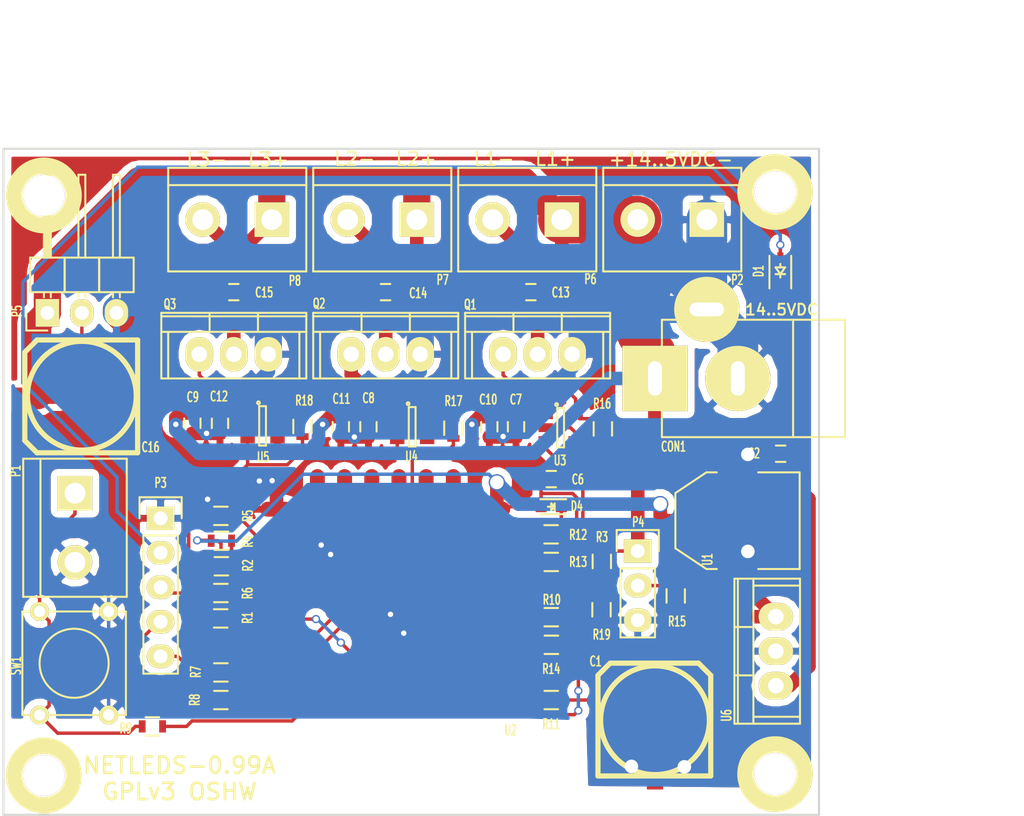
<source format=kicad_pcb>
(kicad_pcb (version 4) (host pcbnew "(2015-09-03 BZR 6154)-product")
  (layers (0 F.Cu signal) (31 B.Cu signal) (34 B.Paste user) (35 F.Paste user) (36 B.SilkS user) (37 F.SilkS user) (38 B.Mask user) (39 F.Mask user) (44 Edge.Cuts user))
  (net 0 "")
  (net 1 AGND)
  (net 2 +12V)
  (net 3 +3V3)
  (net 4 "Net-(C13-Pad1)")
  (net 5 "Net-(C14-Pad1)")
  (net 6 "Net-(C15-Pad1)")
  (net 7 "Net-(D4-Pad1)")
  (net 8 "Net-(P1-Pad1)")
  (net 9 /VIN)
  (net 10 /FLASH)
  (net 11 /TXD)
  (net 12 /RXD)
  (net 13 /_PIR_MOTION)
  (net 14 /_PWM_DIMMER1)
  (net 15 /_PWM_DIMMER2)
  (net 16 /_PWM_DIMMER3)
  (net 17 /PWM_DIMMER3)
  (net 18 /_FLASH)
  (net 19 /_RXD)
  (net 20 /_TXD)
  (net 21 /nPUSHBUTTON)
  (net 22 /nRESET)
  (net 23 /WAKEUP_RST)
  (net 24 /nLED)
  (net 25 /CHIP_ENABLE)
  (net 26 /PIR_MOTION)
  (net 27 /PWM_DIMMER1)
  (net 28 /PWM_DIMMER2)
  (net 29 "Net-(U2-Pad9)")
  (net 30 "Net-(U2-Pad10)")
  (net 31 "Net-(U2-Pad11)")
  (net 32 "Net-(U2-Pad12)")
  (net 33 "Net-(U2-Pad13)")
  (net 34 "Net-(U2-Pad14)")
  (net 35 /VIN_DIV)
  (net 36 "Net-(Z1-Pad1)")
  (net 37 "Net-(Z2-Pad1)")
  (net 38 "Net-(Z3-Pad1)")
  (net 39 "Net-(Z4-Pad1)")
  (net 40 /_WS2812B_DO)
  (net 41 /WS23812B_DO)
  (module "footprints:SMD Capacitor Case F" (layer F.Cu) (at 202.438 114.046 270)
    (fp_text reference C1 (at -4.3307 4.3688 360) (layer F.SilkS) (effects (font (size 0.712 0.45) (thickness 0.127))))
    (fp_text value "150uF 5V" hide)
    (pad 2 smd rect (at 3.39598 0 270) (size 3.39598 1.19888) (layers F.Cu F.Paste F.Mask) (net 1 AGND))
    (pad 1 smd rect (at -3.2512 0 270) (size 3.39598 1.19888) (layers F.Cu F.Paste F.Mask) (net 3 +3V3))
  )
  (module Capacitors_SMD:C_0603 (layer F.Cu) (at 211.6836 94.4372)
    (fp_text reference C2 (at -1.9685 -0.0254) (layer F.SilkS) (effects (font (size 0.712 0.45) (thickness 0.127))))
    (fp_text value 4.7uF)
    (pad 1 smd rect (at -0.75 0) (size 0.8 0.75) (layers F.Cu F.Paste F.Mask) (net 1 AGND))
    (pad 2 smd rect (at 0.75 0) (size 0.8 0.75) (layers F.Cu F.Paste F.Mask) (net 2 +12V))
  )
  (module Capacitors_SMD:C_0603 (layer F.Cu) (at 194.8053 96.3041 180)
    (fp_text reference C6 (at -1.9558 -0.0254 180) (layer F.SilkS) (effects (font (size 0.712 0.45) (thickness 0.127))))
    (fp_text value 4.7uF)
    (pad 1 smd rect (at -0.75 0 180) (size 0.8 0.75) (layers F.Cu F.Paste F.Mask) (net 1 AGND))
    (pad 2 smd rect (at 0.75 0 180) (size 0.8 0.75) (layers F.Cu F.Paste F.Mask) (net 3 +3V3))
  )
  (module Capacitors_SMD:C_0603 (layer F.Cu) (at 192.2145 92.456 90)
    (fp_text reference C7 (at 2.0066 -0.0127 360) (layer F.SilkS) (effects (font (size 0.712 0.45) (thickness 0.127))))
    (fp_text value 100nF)
    (pad 1 smd rect (at -0.75 0 90) (size 0.8 0.75) (layers F.Cu F.Paste F.Mask) (net 1 AGND))
    (pad 2 smd rect (at 0.75 0 90) (size 0.8 0.75) (layers F.Cu F.Paste F.Mask) (net 2 +12V))
  )
  (module Capacitors_SMD:C_0603 (layer F.Cu) (at 181.356 92.456 90)
    (fp_text reference C8 (at 2.1082 0 180) (layer F.SilkS) (effects (font (size 0.712 0.45) (thickness 0.127))))
    (fp_text value 100nF)
    (pad 1 smd rect (at -0.75 0 90) (size 0.8 0.75) (layers F.Cu F.Paste F.Mask) (net 1 AGND))
    (pad 2 smd rect (at 0.75 0 90) (size 0.8 0.75) (layers F.Cu F.Paste F.Mask) (net 2 +12V))
  )
  (module Capacitors_SMD:C_0603 (layer F.Cu) (at 168.402 92.19 90)
    (fp_text reference C9 (at 1.9184 0.0254 180) (layer F.SilkS) (effects (font (size 0.712 0.45) (thickness 0.127))))
    (fp_text value 100nF)
    (pad 1 smd rect (at -0.75 0 90) (size 0.8 0.75) (layers F.Cu F.Paste F.Mask) (net 1 AGND))
    (pad 2 smd rect (at 0.75 0 90) (size 0.8 0.75) (layers F.Cu F.Paste F.Mask) (net 2 +12V))
  )
  (module Capacitors_SMD:C_0603 (layer F.Cu) (at 190.246 92.456 90)
    (fp_text reference C10 (at 2.0066 -0.0762 180) (layer F.SilkS) (effects (font (size 0.712 0.45) (thickness 0.127))))
    (fp_text value 4.7uF)
    (pad 1 smd rect (at -0.75 0 90) (size 0.8 0.75) (layers F.Cu F.Paste F.Mask) (net 1 AGND))
    (pad 2 smd rect (at 0.75 0 90) (size 0.8 0.75) (layers F.Cu F.Paste F.Mask) (net 2 +12V))
  )
  (module Capacitors_SMD:C_0603 (layer F.Cu) (at 179.324 92.456 90)
    (fp_text reference C11 (at 2.0574 0.0508 360) (layer F.SilkS) (effects (font (size 0.712 0.45) (thickness 0.127))))
    (fp_text value 4.7uF)
    (pad 1 smd rect (at -0.75 0 90) (size 0.8 0.75) (layers F.Cu F.Paste F.Mask) (net 1 AGND))
    (pad 2 smd rect (at 0.75 0 90) (size 0.8 0.75) (layers F.Cu F.Paste F.Mask) (net 2 +12V))
  )
  (module Capacitors_SMD:C_0603 (layer F.Cu) (at 170.434 92.202 90)
    (fp_text reference C12 (at 1.9812 -0.0762 360) (layer F.SilkS) (effects (font (size 0.712 0.45) (thickness 0.127))))
    (fp_text value 4.7uF)
    (pad 1 smd rect (at -0.75 0 90) (size 0.8 0.75) (layers F.Cu F.Paste F.Mask) (net 1 AGND))
    (pad 2 smd rect (at 0.75 0 90) (size 0.8 0.75) (layers F.Cu F.Paste F.Mask) (net 2 +12V))
  )
  (module Capacitors_SMD:C_0603 (layer F.Cu) (at 193.306 82.55)
    (fp_text reference C13 (at 2.1978 0.0254) (layer F.SilkS) (effects (font (size 0.712 0.45) (thickness 0.127))))
    (fp_text value 100nF)
    (pad 1 smd rect (at -0.75 0) (size 0.8 0.75) (layers F.Cu F.Paste F.Mask) (net 4 "Net-(C13-Pad1)"))
    (pad 2 smd rect (at 0.75 0) (size 0.8 0.75) (layers F.Cu F.Paste F.Mask) (net 2 +12V))
  )
  (module Capacitors_SMD:C_0603 (layer F.Cu) (at 182.614 82.55)
    (fp_text reference C14 (at 2.3996 0.0762) (layer F.SilkS) (effects (font (size 0.712 0.45) (thickness 0.127))))
    (fp_text value 100nF)
    (pad 1 smd rect (at -0.75 0) (size 0.8 0.75) (layers F.Cu F.Paste F.Mask) (net 5 "Net-(C14-Pad1)"))
    (pad 2 smd rect (at 0.75 0) (size 0.8 0.75) (layers F.Cu F.Paste F.Mask) (net 2 +12V))
  )
  (module Capacitors_SMD:C_0603 (layer F.Cu) (at 171.45 82.55)
    (fp_text reference C15 (at 2.2352 0.0254) (layer F.SilkS) (effects (font (size 0.712 0.45) (thickness 0.127))))
    (fp_text value 100nF)
    (pad 1 smd rect (at -0.75 0) (size 0.8 0.75) (layers F.Cu F.Paste F.Mask) (net 6 "Net-(C15-Pad1)"))
    (pad 2 smd rect (at 0.75 0) (size 0.8 0.75) (layers F.Cu F.Paste F.Mask) (net 2 +12V))
  )
  (module "footprints:SMD Capacitor Case F" (layer F.Cu) (at 160.274 90.17)
    (fp_text reference C16 (at 5.0546 3.7846) (layer F.SilkS) (effects (font (size 0.712 0.45) (thickness 0.127))))
    (fp_text value "150uF 25V" hide)
    (pad 2 smd rect (at 3.39598 0) (size 3.39598 1.19888) (layers F.Cu F.Paste F.Mask) (net 1 AGND))
    (pad 1 smd rect (at -3.2512 0) (size 3.39598 1.19888) (layers F.Cu F.Paste F.Mask) (net 2 +12V))
  )
  (module Connect:JACK_ALIM (layer F.Cu) (at 208.534 88.9 180)
    (fp_text reference CON1 (at 4.73456 -5.01396 180) (layer F.SilkS) (effects (font (size 0.712 0.45) (thickness 0.127))))
    (fp_text value BARREL_JACK)
    (pad 2 thru_hole circle (at 0 0 180) (size 4.8006 4.8006) (drill oval 1.016 2.54) (layers *.Cu *.Mask F.SilkS) (net 1 AGND))
    (pad 1 thru_hole rect (at 6.096 0 180) (size 4.8006 4.8006) (drill oval 1.016 2.54) (layers *.Cu *.Mask F.SilkS) (net 2 +12V))
    (pad 3 thru_hole circle (at 2.286 5.08 180) (size 4.8006 4.8006) (drill oval 2.54 1.016) (layers *.Cu *.Mask F.SilkS) (net 1 AGND))
  )
  (module LEDs:LED-0603 (layer F.Cu) (at 194.8053 98.3361 180)
    (fp_text reference D4 (at -1.8796 0.0254 180) (layer F.SilkS) (effects (font (size 0.712 0.45) (thickness 0.127))))
    (fp_text value LED)
    (pad 2 smd rect (at 0.7493 0) (size 0.79756 0.79756) (layers F.Cu F.Paste F.Mask) (net 3 +3V3))
    (pad 1 smd rect (at -0.7493 0) (size 0.79756 0.79756) (layers F.Cu F.Paste F.Mask) (net 7 "Net-(D4-Pad1)"))
  )
  (module Connect:bornier2 (layer F.Cu) (at 159.766 99.8855 270)
    (fp_text reference P1 (at -4.1783 4.3688 270) (layer F.SilkS) (effects (font (size 0.712 0.45) (thickness 0.127))))
    (fp_text value CONN_2)
    (pad 1 thru_hole rect (at -2.54 0 270) (size 2.54 2.54) (drill 1.524) (layers *.Cu *.Mask F.SilkS) (net 8 "Net-(P1-Pad1)"))
    (pad 2 thru_hole circle (at 2.54 0 270) (size 2.54 2.54) (drill 1.524) (layers *.Cu *.Mask F.SilkS) (net 1 AGND))
  )
  (module Connect:bornier2 (layer F.Cu) (at 203.708 77.216 180)
    (fp_text reference P2 (at -4.7879 -4.4323 180) (layer F.SilkS) (effects (font (size 0.712 0.45) (thickness 0.127))))
    (fp_text value CONN_2)
    (pad 1 thru_hole rect (at -2.54 0 180) (size 2.54 2.54) (drill 1.524) (layers *.Cu *.Mask F.SilkS) (net 1 AGND))
    (pad 2 thru_hole circle (at 2.54 0 180) (size 2.54 2.54) (drill 1.524) (layers *.Cu *.Mask F.SilkS) (net 2 +12V))
  )
  (module Pin_Headers:Pin_Header_Straight_1x05 (layer F.Cu) (at 166.0652 99.187)
    (fp_text reference P3 (at 0 -2.6035) (layer F.SilkS) (effects (font (size 0.712 0.45) (thickness 0.127))))
    (fp_text value CONN_01X05)
    (pad 1 thru_hole rect (at 0 0) (size 2.032 1.7272) (drill 1.016) (layers *.Cu *.Mask F.SilkS) (net 1 AGND))
    (pad 2 thru_hole oval (at 0 2.54) (size 2.032 1.7272) (drill 1.016) (layers *.Cu *.Mask F.SilkS) (net 9 /VIN))
    (pad 3 thru_hole oval (at 0 5.08) (size 2.032 1.7272) (drill 1.016) (layers *.Cu *.Mask F.SilkS) (net 10 /FLASH))
    (pad 4 thru_hole oval (at 0 7.62) (size 2.032 1.7272) (drill 1.016) (layers *.Cu *.Mask F.SilkS) (net 11 /TXD))
    (pad 5 thru_hole oval (at 0 10.16) (size 2.032 1.7272) (drill 1.016) (layers *.Cu *.Mask F.SilkS) (net 12 /RXD))
  )
  (module Pin_Headers:Pin_Header_Straight_1x03 (layer F.Cu) (at 201.168 101.6)
    (fp_text reference P4 (at 0.0381 -2.1336) (layer F.SilkS) (effects (font (size 0.712 0.45) (thickness 0.127))))
    (fp_text value "PIR SENSOR")
    (pad 1 thru_hole rect (at 0 0) (size 2.032 1.7272) (drill 1.016) (layers *.Cu *.Mask F.SilkS) (net 2 +12V))
    (pad 2 thru_hole oval (at 0 2.54) (size 2.032 1.7272) (drill 1.016) (layers *.Cu *.Mask F.SilkS) (net 13 /_PIR_MOTION))
    (pad 3 thru_hole oval (at 0 5.08) (size 2.032 1.7272) (drill 1.016) (layers *.Cu *.Mask F.SilkS) (net 1 AGND))
  )
  (module Pin_Headers:Pin_Header_Angled_1x03 (layer F.Cu) (at 157.734 84.074 90)
    (fp_text reference P5 (at 0.127 -2.2352 90) (layer F.SilkS) (effects (font (size 0.712 0.45) (thickness 0.127))))
    (fp_text value CONN_01X03)
    (pad 1 thru_hole rect (at 0 0 90) (size 2.032 1.7272) (drill 1.016) (layers *.Cu *.Mask F.SilkS) (net 2 +12V))
    (pad 2 thru_hole oval (at 0 2.54 90) (size 2.032 1.7272) (drill 1.016) (layers *.Cu *.Mask F.SilkS) (net 40 /_WS2812B_DO))
    (pad 3 thru_hole oval (at 0 5.08 90) (size 2.032 1.7272) (drill 1.016) (layers *.Cu *.Mask F.SilkS) (net 1 AGND))
  )
  (module Connect:bornier2 (layer F.Cu) (at 193.04 77.216 180)
    (fp_text reference P6 (at -4.6482 -4.3815 180) (layer F.SilkS) (effects (font (size 0.712 0.45) (thickness 0.127))))
    (fp_text value CONN_2)
    (pad 1 thru_hole rect (at -2.54 0 180) (size 2.54 2.54) (drill 1.524) (layers *.Cu *.Mask F.SilkS) (net 2 +12V))
    (pad 2 thru_hole circle (at 2.54 0 180) (size 2.54 2.54) (drill 1.524) (layers *.Cu *.Mask F.SilkS) (net 4 "Net-(C13-Pad1)"))
  )
  (module Connect:bornier2 (layer F.Cu) (at 182.372 77.216 180)
    (fp_text reference P7 (at -4.445 -4.4323 180) (layer F.SilkS) (effects (font (size 0.712 0.45) (thickness 0.127))))
    (fp_text value CONN_2)
    (pad 1 thru_hole rect (at -2.54 0 180) (size 2.54 2.54) (drill 1.524) (layers *.Cu *.Mask F.SilkS) (net 2 +12V))
    (pad 2 thru_hole circle (at 2.54 0 180) (size 2.54 2.54) (drill 1.524) (layers *.Cu *.Mask F.SilkS) (net 5 "Net-(C14-Pad1)"))
  )
  (module Connect:bornier2 (layer F.Cu) (at 171.704 77.216 180)
    (fp_text reference P8 (at -4.2418 -4.4958 180) (layer F.SilkS) (effects (font (size 0.712 0.45) (thickness 0.127))))
    (fp_text value CONN_2)
    (pad 1 thru_hole rect (at -2.54 0 180) (size 2.54 2.54) (drill 1.524) (layers *.Cu *.Mask F.SilkS) (net 2 +12V))
    (pad 2 thru_hole circle (at 2.54 0 180) (size 2.54 2.54) (drill 1.524) (layers *.Cu *.Mask F.SilkS) (net 6 "Net-(C15-Pad1)"))
  )
  (module Power_Integrations:TO-220 (layer F.Cu) (at 193.802 87.122)
    (fp_text reference Q1 (at -4.953 -3.6576) (layer F.SilkS) (effects (font (size 0.712 0.45) (thickness 0.127))))
    (fp_text value IRF540N)
    (pad 2 thru_hole oval (at 0 0) (size 2.032 2.54) (drill 1.143) (layers *.Cu *.Mask F.SilkS) (net 4 "Net-(C13-Pad1)"))
    (pad 3 thru_hole oval (at 2.54 0) (size 2.032 2.54) (drill 1.143) (layers *.Cu *.Mask F.SilkS) (net 1 AGND))
    (pad 1 thru_hole oval (at -2.54 0) (size 2.032 2.54) (drill 1.143) (layers *.Cu *.Mask F.SilkS) (net 14 /_PWM_DIMMER1))
  )
  (module Power_Integrations:TO-220 (layer F.Cu) (at 182.626 87.122)
    (fp_text reference Q2 (at -4.9022 -3.7338) (layer F.SilkS) (effects (font (size 0.712 0.45) (thickness 0.127))))
    (fp_text value IRF540N)
    (pad 2 thru_hole oval (at 0 0) (size 2.032 2.54) (drill 1.143) (layers *.Cu *.Mask F.SilkS) (net 5 "Net-(C14-Pad1)"))
    (pad 3 thru_hole oval (at 2.54 0) (size 2.032 2.54) (drill 1.143) (layers *.Cu *.Mask F.SilkS) (net 1 AGND))
    (pad 1 thru_hole oval (at -2.54 0) (size 2.032 2.54) (drill 1.143) (layers *.Cu *.Mask F.SilkS) (net 15 /_PWM_DIMMER2))
  )
  (module Power_Integrations:TO-220 (layer F.Cu) (at 171.45 87.122)
    (fp_text reference Q3 (at -4.699 -3.683) (layer F.SilkS) (effects (font (size 0.712 0.45) (thickness 0.127))))
    (fp_text value IRF540N)
    (pad 2 thru_hole oval (at 0 0) (size 2.032 2.54) (drill 1.143) (layers *.Cu *.Mask F.SilkS) (net 6 "Net-(C15-Pad1)"))
    (pad 3 thru_hole oval (at 2.54 0) (size 2.032 2.54) (drill 1.143) (layers *.Cu *.Mask F.SilkS) (net 1 AGND))
    (pad 1 thru_hole oval (at -2.54 0) (size 2.032 2.54) (drill 1.143) (layers *.Cu *.Mask F.SilkS) (net 16 /_PWM_DIMMER3))
  )
  (module Resistors_SMD:R_0603 (layer F.Cu) (at 170.5356 100.838)
    (fp_text reference R4 (at 1.9558 0.0635 90) (layer F.SilkS) (effects (font (size 0.712 0.45) (thickness 0.127))))
    (fp_text value 10K)
    (pad 1 smd rect (at -0.75 0) (size 0.5 0.9) (layers F.Cu F.Paste F.Mask) (net 3 +3V3))
    (pad 2 smd rect (at 0.75 0) (size 0.5 0.9) (layers F.Cu F.Paste F.Mask) (net 41 /WS23812B_DO))
  )
  (module Resistors_SMD:R_0603 (layer F.Cu) (at 170.4968 99.0092)
    (fp_text reference R5 (at 1.9946 0 90) (layer F.SilkS) (effects (font (size 0.712 0.45) (thickness 0.127))))
    (fp_text value 10K)
    (pad 1 smd rect (at -0.75 0) (size 0.5 0.9) (layers F.Cu F.Paste F.Mask) (net 1 AGND))
    (pad 2 smd rect (at 0.75 0) (size 0.5 0.9) (layers F.Cu F.Paste F.Mask) (net 17 /PWM_DIMMER3))
  )
  (module Resistors_SMD:R_0603 (layer F.Cu) (at 170.4975 104.6861)
    (fp_text reference R6 (at 1.9685 0.0127 90) (layer F.SilkS) (effects (font (size 0.712 0.45) (thickness 0.127))))
    (fp_text value 10K)
    (pad 1 smd rect (at -0.75 0) (size 0.5 0.9) (layers F.Cu F.Paste F.Mask) (net 10 /FLASH))
    (pad 2 smd rect (at 0.75 0) (size 0.5 0.9) (layers F.Cu F.Paste F.Mask) (net 18 /_FLASH))
  )
  (module Resistors_SMD:R_0603 (layer F.Cu) (at 170.4975 110.5281)
    (fp_text reference R7 (at -1.8415 -0.0381 90) (layer F.SilkS) (effects (font (size 0.712 0.45) (thickness 0.127))))
    (fp_text value 100)
    (pad 1 smd rect (at -0.75 0) (size 0.5 0.9) (layers F.Cu F.Paste F.Mask) (net 12 /RXD))
    (pad 2 smd rect (at 0.75 0) (size 0.5 0.9) (layers F.Cu F.Paste F.Mask) (net 19 /_RXD))
  )
  (module Resistors_SMD:R_0603 (layer F.Cu) (at 170.4975 112.5601)
    (fp_text reference R8 (at -1.9177 -0.0127 90) (layer F.SilkS) (effects (font (size 0.712 0.45) (thickness 0.127))))
    (fp_text value 100)
    (pad 1 smd rect (at -0.75 0) (size 0.5 0.9) (layers F.Cu F.Paste F.Mask) (net 11 /TXD))
    (pad 2 smd rect (at 0.75 0) (size 0.5 0.9) (layers F.Cu F.Paste F.Mask) (net 20 /_TXD))
  )
  (module Resistors_SMD:R_0603 (layer F.Cu) (at 165.46068 114.49812)
    (fp_text reference R9 (at -1.9685 0.1524) (layer F.SilkS) (effects (font (size 0.712 0.45) (thickness 0.127))))
    (fp_text value 100)
    (pad 1 smd rect (at -0.75 0) (size 0.5 0.9) (layers F.Cu F.Paste F.Mask) (net 8 "Net-(P1-Pad1)"))
    (pad 2 smd rect (at 0.75 0) (size 0.5 0.9) (layers F.Cu F.Paste F.Mask) (net 21 /nPUSHBUTTON))
  )
  (module Resistors_SMD:R_0603 (layer F.Cu) (at 194.8053 106.4641 180)
    (fp_text reference R10 (at -0.0381 1.2827 180) (layer F.SilkS) (effects (font (size 0.712 0.45) (thickness 0.127))))
    (fp_text value 100)
    (pad 1 smd rect (at -0.75 0 180) (size 0.5 0.9) (layers F.Cu F.Paste F.Mask) (net 22 /nRESET))
    (pad 2 smd rect (at 0.75 0 180) (size 0.5 0.9) (layers F.Cu F.Paste F.Mask) (net 23 /WAKEUP_RST))
  )
  (module Resistors_SMD:R_0603 (layer F.Cu) (at 194.8053 112.5601)
    (fp_text reference R11 (at 0 1.778) (layer F.SilkS) (effects (font (size 0.712 0.45) (thickness 0.127))))
    (fp_text value 10K)
    (pad 1 smd rect (at -0.75 0) (size 0.5 0.9) (layers F.Cu F.Paste F.Mask) (net 22 /nRESET))
    (pad 2 smd rect (at 0.75 0) (size 0.5 0.9) (layers F.Cu F.Paste F.Mask) (net 3 +3V3))
  )
  (module Resistors_SMD:R_0603 (layer F.Cu) (at 194.7933 100.3681 180)
    (fp_text reference R12 (at -1.9932 -0.0381 180) (layer F.SilkS) (effects (font (size 0.712 0.45) (thickness 0.127))))
    (fp_text value 470)
    (pad 1 smd rect (at -0.75 0 180) (size 0.5 0.9) (layers F.Cu F.Paste F.Mask) (net 7 "Net-(D4-Pad1)"))
    (pad 2 smd rect (at 0.75 0 180) (size 0.5 0.9) (layers F.Cu F.Paste F.Mask) (net 24 /nLED))
  )
  (module Resistors_SMD:R_0603 (layer F.Cu) (at 194.8053 102.4001 180)
    (fp_text reference R13 (at -1.9812 0 180) (layer F.SilkS) (effects (font (size 0.712 0.45) (thickness 0.127))))
    (fp_text value 10K)
    (pad 1 smd rect (at -0.75 0 180) (size 0.5 0.9) (layers F.Cu F.Paste F.Mask) (net 3 +3V3))
    (pad 2 smd rect (at 0.75 0 180) (size 0.5 0.9) (layers F.Cu F.Paste F.Mask) (net 21 /nPUSHBUTTON))
  )
  (module Resistors_SMD:R_0603 (layer F.Cu) (at 194.8173 108.4961 180)
    (fp_text reference R14 (at 0.012 -1.778 180) (layer F.SilkS) (effects (font (size 0.712 0.45) (thickness 0.127))))
    (fp_text value 10K)
    (pad 1 smd rect (at -0.75 0 180) (size 0.5 0.9) (layers F.Cu F.Paste F.Mask) (net 3 +3V3))
    (pad 2 smd rect (at 0.75 0 180) (size 0.5 0.9) (layers F.Cu F.Paste F.Mask) (net 25 /CHIP_ENABLE))
  )
  (module Resistors_SMD:R_0603 (layer F.Cu) (at 203.962 104.902 270)
    (fp_text reference R15 (at 1.8796 -0.1016 360) (layer F.SilkS) (effects (font (size 0.712 0.45) (thickness 0.127))))
    (fp_text value 100)
    (pad 1 smd rect (at -0.75 0 270) (size 0.5 0.9) (layers F.Cu F.Paste F.Mask) (net 13 /_PIR_MOTION))
    (pad 2 smd rect (at 0.75 0 270) (size 0.5 0.9) (layers F.Cu F.Paste F.Mask) (net 26 /PIR_MOTION))
  )
  (module Resistors_SMD:R_0603 (layer F.Cu) (at 198.6026 92.6084 270)
    (fp_text reference R16 (at -1.8542 0.0508 360) (layer F.SilkS) (effects (font (size 0.712 0.45) (thickness 0.127))))
    (fp_text value "NC 160")
    (pad 1 smd rect (at -0.75 0 270) (size 0.5 0.9) (layers F.Cu F.Paste F.Mask) (net 14 /_PWM_DIMMER1))
    (pad 2 smd rect (at 0.75 0 270) (size 0.5 0.9) (layers F.Cu F.Paste F.Mask) (net 27 /PWM_DIMMER1))
  )
  (module Resistors_SMD:R_0603 (layer F.Cu) (at 187.6044 92.5576 270)
    (fp_text reference R17 (at -1.9939 -0.0127 540) (layer F.SilkS) (effects (font (size 0.712 0.45) (thickness 0.127))))
    (fp_text value "NC 160")
    (pad 1 smd rect (at -0.75 0 270) (size 0.5 0.9) (layers F.Cu F.Paste F.Mask) (net 15 /_PWM_DIMMER2))
    (pad 2 smd rect (at 0.75 0 270) (size 0.5 0.9) (layers F.Cu F.Paste F.Mask) (net 28 /PWM_DIMMER2))
  )
  (module Resistors_SMD:R_0603 (layer F.Cu) (at 176.5046 92.4306 270)
    (fp_text reference R18 (at -1.905 -0.127 360) (layer F.SilkS) (effects (font (size 0.712 0.45) (thickness 0.127))))
    (fp_text value "NC 160")
    (pad 1 smd rect (at -0.75 0 270) (size 0.5 0.9) (layers F.Cu F.Paste F.Mask) (net 16 /_PWM_DIMMER3))
    (pad 2 smd rect (at 0.75 0 270) (size 0.5 0.9) (layers F.Cu F.Paste F.Mask) (net 17 /PWM_DIMMER3))
  )
  (module Buttons_Switches_ThroughHole:SW_PUSH_SMALL (layer F.Cu) (at 159.7025 109.855 270)
    (fp_text reference SW1 (at 0.1778 4.2799 270) (layer F.SilkS) (effects (font (size 0.712 0.45) (thickness 0.127))))
    (fp_text value SW_PUSH)
    (pad 1 thru_hole circle (at 3.81 -2.54 270) (size 1.397 1.397) (drill 0.8128) (layers *.Cu *.Mask F.SilkS) (net 1 AGND))
    (pad 2 thru_hole circle (at 3.81 2.54 270) (size 1.397 1.397) (drill 0.8128) (layers *.Cu *.Mask F.SilkS) (net 8 "Net-(P1-Pad1)"))
    (pad 1 thru_hole circle (at -3.81 -2.54 270) (size 1.397 1.397) (drill 0.8128) (layers *.Cu *.Mask F.SilkS) (net 1 AGND))
    (pad 2 thru_hole circle (at -3.81 2.54 270) (size 1.397 1.397) (drill 0.8128) (layers *.Cu *.Mask F.SilkS) (net 8 "Net-(P1-Pad1)"))
  )
  (module ESP8266:ESP-12E (layer F.Cu) (at 190.5905 112.519899 180)
    (fp_text reference U2 (at -1.2303 -2.262701 180) (layer F.SilkS) (effects (font (size 0.712 0.45) (thickness 0.127))))
    (fp_text value ESP-12E)
    (pad 9 smd oval (at 2.99 15.75 270) (size 2.4 1.1) (layers F.Cu F.Paste F.Mask) (net 29 "Net-(U2-Pad9)"))
    (pad 10 smd oval (at 4.99 15.75 270) (size 2.4 1.1) (layers F.Cu F.Paste F.Mask) (net 30 "Net-(U2-Pad10)"))
    (pad 11 smd oval (at 6.99 15.75 270) (size 2.4 1.1) (layers F.Cu F.Paste F.Mask) (net 31 "Net-(U2-Pad11)"))
    (pad 12 smd oval (at 8.99 15.75 270) (size 2.4 1.1) (layers F.Cu F.Paste F.Mask) (net 32 "Net-(U2-Pad12)"))
    (pad 13 smd oval (at 10.99 15.75 270) (size 2.4 1.1) (layers F.Cu F.Paste F.Mask) (net 33 "Net-(U2-Pad13)"))
    (pad 14 smd oval (at 12.99 15.75 270) (size 2.4 1.1) (layers F.Cu F.Paste F.Mask) (net 34 "Net-(U2-Pad14)"))
    (pad 1 smd rect (at 0 0 180) (size 2.4 1.1) (layers F.Cu F.Paste F.Mask) (net 22 /nRESET))
    (pad 2 smd oval (at 0 2 180) (size 2.4 1.1) (layers F.Cu F.Paste F.Mask) (net 35 /VIN_DIV))
    (pad 3 smd oval (at 0 4 180) (size 2.4 1.1) (layers F.Cu F.Paste F.Mask) (net 25 /CHIP_ENABLE))
    (pad 4 smd oval (at 0 6 180) (size 2.4 1.1) (layers F.Cu F.Paste F.Mask) (net 23 /WAKEUP_RST))
    (pad 5 smd oval (at 0 8 180) (size 2.4 1.1) (layers F.Cu F.Paste F.Mask) (net 27 /PWM_DIMMER1))
    (pad 6 smd oval (at 0 10 180) (size 2.4 1.1) (layers F.Cu F.Paste F.Mask) (net 21 /nPUSHBUTTON))
    (pad 7 smd oval (at 0 12 180) (size 2.4 1.1) (layers F.Cu F.Paste F.Mask) (net 24 /nLED))
    (pad 8 smd oval (at 0 14 180) (size 2.4 1.1) (layers F.Cu F.Paste F.Mask) (net 3 +3V3))
    (pad 15 smd oval (at 16 14 180) (size 2.4 1.1) (layers F.Cu F.Paste F.Mask) (net 1 AGND))
    (pad 16 smd oval (at 16 12 180) (size 2.4 1.1) (layers F.Cu F.Paste F.Mask) (net 17 /PWM_DIMMER3))
    (pad 17 smd oval (at 16 10 180) (size 2.4 1.1) (layers F.Cu F.Paste F.Mask) (net 41 /WS23812B_DO))
    (pad 18 smd oval (at 16 8 180) (size 2.4 1.1) (layers F.Cu F.Paste F.Mask) (net 18 /_FLASH))
    (pad 19 smd oval (at 16 6 180) (size 2.4 1.1) (layers F.Cu F.Paste F.Mask) (net 26 /PIR_MOTION))
    (pad 20 smd oval (at 16 4 180) (size 2.4 1.1) (layers F.Cu F.Paste F.Mask) (net 28 /PWM_DIMMER2))
    (pad 21 smd oval (at 16 2 180) (size 2.4 1.1) (layers F.Cu F.Paste F.Mask) (net 19 /_RXD))
    (pad 22 smd oval (at 16 0 180) (size 2.4 1.1) (layers F.Cu F.Paste F.Mask) (net 20 /_TXD))
  )
  (module Housings_SOT-23_SOT-143_TSOT-6:SOT-23-5 (layer F.Cu) (at 195.496 92.5195)
    (fp_text reference U3 (at -0.043 2.413) (layer F.SilkS) (effects (font (size 0.712 0.45) (thickness 0.127))))
    (fp_text value FAN3100TSX)
    (pad 1 smd rect (at -1.1 -0.95) (size 1.06 0.65) (layers F.Cu F.Paste F.Mask) (net 2 +12V))
    (pad 2 smd rect (at -1.1 0) (size 1.06 0.65) (layers F.Cu F.Paste F.Mask) (net 1 AGND))
    (pad 3 smd rect (at -1.1 0.95) (size 1.06 0.65) (layers F.Cu F.Paste F.Mask) (net 27 /PWM_DIMMER1))
    (pad 4 smd rect (at 1.1 0.95) (size 1.06 0.65) (layers F.Cu F.Paste F.Mask) (net 1 AGND))
    (pad 5 smd rect (at 1.1 -0.95) (size 1.06 0.65) (layers F.Cu F.Paste F.Mask) (net 14 /_PWM_DIMMER1))
  )
  (module Housings_SOT-23_SOT-143_TSOT-6:SOT-23-5 (layer F.Cu) (at 184.574 92.456)
    (fp_text reference U4 (at -0.05 2.1844) (layer F.SilkS) (effects (font (size 0.712 0.45) (thickness 0.127))))
    (fp_text value FAN3100TSX)
    (pad 1 smd rect (at -1.1 -0.95) (size 1.06 0.65) (layers F.Cu F.Paste F.Mask) (net 2 +12V))
    (pad 2 smd rect (at -1.1 0) (size 1.06 0.65) (layers F.Cu F.Paste F.Mask) (net 1 AGND))
    (pad 3 smd rect (at -1.1 0.95) (size 1.06 0.65) (layers F.Cu F.Paste F.Mask) (net 28 /PWM_DIMMER2))
    (pad 4 smd rect (at 1.1 0.95) (size 1.06 0.65) (layers F.Cu F.Paste F.Mask) (net 1 AGND))
    (pad 5 smd rect (at 1.1 -0.95) (size 1.06 0.65) (layers F.Cu F.Paste F.Mask) (net 15 /_PWM_DIMMER2))
  )
  (module Housings_SOT-23_SOT-143_TSOT-6:SOT-23-5 (layer F.Cu) (at 173.566 92.39)
    (fp_text reference U5 (at 0.043 2.3012) (layer F.SilkS) (effects (font (size 0.712 0.45) (thickness 0.127))))
    (fp_text value FAN3100TSX)
    (pad 1 smd rect (at -1.1 -0.95) (size 1.06 0.65) (layers F.Cu F.Paste F.Mask) (net 2 +12V))
    (pad 2 smd rect (at -1.1 0) (size 1.06 0.65) (layers F.Cu F.Paste F.Mask) (net 1 AGND))
    (pad 3 smd rect (at -1.1 0.95) (size 1.06 0.65) (layers F.Cu F.Paste F.Mask) (net 17 /PWM_DIMMER3))
    (pad 4 smd rect (at 1.1 0.95) (size 1.06 0.65) (layers F.Cu F.Paste F.Mask) (net 1 AGND))
    (pad 5 smd rect (at 1.1 -0.95) (size 1.06 0.65) (layers F.Cu F.Paste F.Mask) (net 16 /_PWM_DIMMER3))
  )
  (module footprints:MHOLE_3MM (layer F.Cu) (at 211.2772 118.0084)
    (fp_text reference Z1 hide)
    (fp_text value MHOLE hide)
    (pad 1 thru_hole circle (at 0 0) (size 2.99974 2.99974) (drill 2.99974) (layers *.Cu *.Mask F.SilkS) (net 36 "Net-(Z1-Pad1)"))
  )
  (module footprints:MHOLE_3MM (layer F.Cu) (at 157.48 75.438)
    (fp_text reference Z2 hide)
    (fp_text value MHOLE hide)
    (pad 1 thru_hole circle (at 0 0) (size 2.99974 2.99974) (drill 2.99974) (layers *.Cu *.Mask F.SilkS) (net 37 "Net-(Z2-Pad1)"))
  )
  (module footprints:MHOLE_3MM (layer F.Cu) (at 157.48 118.11)
    (fp_text reference Z3 hide)
    (fp_text value MHOLE hide)
    (pad 1 thru_hole circle (at 0 0) (size 2.99974 2.99974) (drill 2.99974) (layers *.Cu *.Mask F.SilkS) (net 38 "Net-(Z3-Pad1)"))
  )
  (module footprints:MHOLE_3MM (layer F.Cu) (at 211.2772 75.184)
    (fp_text reference Z4 hide)
    (fp_text value MHOLE hide)
    (pad 1 thru_hole circle (at 0 0) (size 2.99974 2.99974) (drill 2.99974) (layers *.Cu *.Mask F.SilkS) (net 39 "Net-(Z4-Pad1)"))
  )
  (module SOT-223 (layer F.Cu) (at 208.5086 99.3648 90)
    (fp_text reference U1 (at -2.8448 -2.2098 90) (layer F.SilkS) (effects (font (size 0.712 0.45) (thickness 0.127))))
    (fp_text value LM1117-3.3)
    (pad 4 smd rect (at 0 -3.302 90) (size 3.6576 2.032) (layers F.Cu F.Paste F.Mask) (net 3 +3V3))
    (pad 2 smd rect (at 0 3.302 90) (size 1.016 2.032) (layers F.Cu F.Paste F.Mask) (net 3 +3V3))
    (pad 3 smd rect (at 2.286 3.302 90) (size 1.016 2.032) (layers F.Cu F.Paste F.Mask) (net 2 +12V))
    (pad 1 smd rect (at -2.286 3.302 90) (size 1.016 2.032) (layers F.Cu F.Paste F.Mask) (net 1 AGND))
  )
  (module TO-220 (layer F.Cu) (at 211.328 108.966 90)
    (fp_text reference U6 (at -4.7244 -3.6322 90) (layer F.SilkS) (effects (font (size 0.712 0.45) (thickness 0.127))))
    (fp_text value "NC R-78E3.3-0.5")
    (pad 2 thru_hole oval (at 0 0 90) (size 2.032 2.54) (drill 1.143) (layers *.Cu *.Mask F.SilkS) (net 1 AGND))
    (pad 3 thru_hole oval (at 2.54 0 90) (size 2.032 2.54) (drill 1.143) (layers *.Cu *.Mask F.SilkS) (net 3 +3V3))
    (pad 1 thru_hole oval (at -2.54 0 90) (size 2.032 2.54) (drill 1.143) (layers *.Cu *.Mask F.SilkS) (net 2 +12V))
  )
  (module Resistors_SMD:R_0603 (layer F.Cu) (at 170.4848 106.553)
    (fp_text reference R1 (at 1.9812 -0.0508 90) (layer F.SilkS) (effects (font (size 0.712 0.45) (thickness 0.127))))
    (fp_text value 10K)
    (pad 1 smd rect (at -0.75 0) (size 0.5 0.9) (layers F.Cu F.Paste F.Mask) (net 3 +3V3))
    (pad 2 smd rect (at 0.75 0) (size 0.5 0.9) (layers F.Cu F.Paste F.Mask) (net 26 /PIR_MOTION))
  )
  (module Resistors_SMD:R_0603 (layer F.Cu) (at 170.5356 102.7176)
    (fp_text reference R2 (at 1.9558 -0.0635 90) (layer F.SilkS) (effects (font (size 0.712 0.45) (thickness 0.127))))
    (fp_text value 100)
    (pad 1 smd rect (at -0.75 0) (size 0.5 0.9) (layers F.Cu F.Paste F.Mask) (net 40 /_WS2812B_DO))
    (pad 2 smd rect (at 0.75 0) (size 0.5 0.9) (layers F.Cu F.Paste F.Mask) (net 41 /WS23812B_DO))
  )
  (module SOD-323 (layer F.Cu) (at 211.6582 80.9752 90)
    (fp_text reference D1 (at -0.0254 -1.6002 90) (layer F.SilkS) (effects (font (size 0.712 0.45) (thickness 0.1125))))
    (fp_text value "1N4148 SMD 500mA SOD-123")
    (pad 1 smd rect (at -1.055 0 90) (size 0.59 0.45) (layers F.Cu F.Paste F.Mask) (net 2 +12V))
    (pad 2 smd rect (at 1.055 0 90) (size 0.59 0.45) (layers F.Cu F.Paste F.Mask) (net 9 /VIN))
  )
  (module Resistors_SMD:R_0603 (layer F.Cu) (at 198.5264 102.362 270)
    (fp_text reference R3 (at -1.7907 -0.0127 360) (layer F.SilkS) (effects (font (size 0.712 0.45) (thickness 0.1125))))
    (fp_text value 15K)
    (pad 1 smd rect (at -0.75 0 270) (size 0.5 0.9) (layers F.Cu F.Paste F.Mask) (net 2 +12V))
    (pad 2 smd rect (at 0.75 0 270) (size 0.5 0.9) (layers F.Cu F.Paste F.Mask) (net 35 /VIN_DIV))
  )
  (module Resistors_SMD:R_0603 (layer F.Cu) (at 198.501 105.918 270)
    (fp_text reference R19 (at 1.8288 -0.0127 360) (layer F.SilkS) (effects (font (size 0.712 0.45) (thickness 0.1125))))
    (fp_text value 1K)
    (pad 1 smd rect (at -0.75 0 270) (size 0.5 0.9) (layers F.Cu F.Paste F.Mask) (net 35 /VIN_DIV))
    (pad 2 smd rect (at 0.75 0 270) (size 0.5 0.9) (layers F.Cu F.Paste F.Mask) (net 1 AGND))
  )
  (gr_text "NETLEDS-0.99A\nGPLv3 OSHW" (at 167.45712 118.33352) (layer F.SilkS) (effects (font (size 1.2 1.2) (thickness 0.2))))
  (gr_text "14..5VDC\n   " (at 211.75472 84.48548) (layer F.SilkS) (effects (font (size 0.8 0.8))))
  (gr_text "+14..5VDC-\n   " (at 203.6064 73.5965) (layer F.SilkS) (effects (font (size 1 1))))
  (gr_text "L1-  L1+" (at 192.8495 72.7456) (layer F.SilkS) (effects (font (size 1 1))))
  (gr_text "L2-  L2+" (at 182.6006 72.7456) (layer F.SilkS) (effects (font (size 1 1))))
  (gr_text "L3-  L3+" (at 171.7294 72.7964) (layer F.SilkS) (effects (font (size 1 1))))
  (gr_line (start 154.5 121) (end 214.5 121) (layer Edge.Cuts) (width 0.15))
  (gr_line (start 154.5 72) (end 154.5 121) (layer Edge.Cuts) (width 0.15))
  (gr_line (start 214.5 72) (end 154.5 72) (layer Edge.Cuts) (width 0.15))
  (gr_line (start 214.5 121) (end 214.5 72) (layer Edge.Cuts) (width 0.15))
  (segment (start 182.97652 106.255919) (end 182.97652 106.66476) (width 0.25) (layer B.Cu) (net 1))
  (segment (start 182.97652 106.66476) (end 183.95188 107.64012) (width 0.25) (layer B.Cu) (net 1))
  (via (at 183.95188 107.64012) (size 0.6) (drill 0.4) (layers F.Cu B.Cu) (net 1))
  (via (at 182.97652 106.255919) (size 0.6) (drill 0.4) (layers F.Cu B.Cu) (net 1))
  (segment (start 178.57216 101.851559) (end 182.97652 106.255919) (width 0.25) (layer B.Cu) (net 1))
  (via (at 178.57216 101.851559) (size 0.6) (drill 0.4) (layers F.Cu B.Cu) (net 1))
  (segment (start 177.878641 101.15804) (end 178.57216 101.851559) (width 0.25) (layer F.Cu) (net 1))
  (via (at 177.878641 101.15804) (size 0.6) (drill 0.4) (layers F.Cu B.Cu) (net 1))
  (segment (start 174.5905 98.519899) (end 175.2405 98.519899) (width 0.25) (layer F.Cu) (net 1))
  (segment (start 175.2405 98.519899) (end 177.878641 101.15804) (width 0.25) (layer F.Cu) (net 1))
  (segment (start 169.7468 98.0172) (end 169.5196 97.79) (width 0.254) (layer F.Cu) (net 1))
  (via (at 169.5196 97.79) (size 0.6) (drill 0.4) (layers F.Cu B.Cu) (net 1))
  (segment (start 169.7468 99.0092) (end 169.7468 98.0172) (width 0.254) (layer F.Cu) (net 1))
  (segment (start 198.501 106.668) (end 201.156 106.668) (width 0.254) (layer F.Cu) (net 1))
  (segment (start 201.156 106.668) (end 201.168 106.68) (width 0.254) (layer F.Cu) (net 1))
  (segment (start 191.262 93.1672) (end 196.342 88.0872) (width 1) (layer B.Cu) (net 1))
  (segment (start 196.342 88.0872) (end 196.342 87.122) (width 1) (layer B.Cu) (net 1))
  (segment (start 180.319516 93.206) (end 185.166 88.359516) (width 1) (layer B.Cu) (net 1))
  (segment (start 185.166 88.359516) (end 185.166 87.122) (width 1) (layer B.Cu) (net 1))
  (segment (start 169.444924 92.94) (end 173.99 88.394924) (width 1) (layer B.Cu) (net 1))
  (segment (start 173.99 88.394924) (end 173.99 87.122) (width 1) (layer B.Cu) (net 1))
  (segment (start 169.444924 92.94) (end 169.744923 92.640001) (width 1) (layer B.Cu) (net 1))
  (segment (start 192.2145 93.206) (end 192.8435 93.206) (width 0.254) (layer F.Cu) (net 1))
  (segment (start 192.8435 93.206) (end 193.53 92.5195) (width 0.254) (layer F.Cu) (net 1))
  (segment (start 193.53 92.5195) (end 194.396 92.5195) (width 0.254) (layer F.Cu) (net 1))
  (segment (start 191.262 93.1672) (end 192.1757 93.1672) (width 1) (layer F.Cu) (net 1))
  (segment (start 192.1757 93.1672) (end 192.2145 93.206) (width 1) (layer F.Cu) (net 1))
  (segment (start 190.246 93.206) (end 191.2232 93.206) (width 1) (layer F.Cu) (net 1))
  (segment (start 191.2232 93.206) (end 191.262 93.1672) (width 1) (layer F.Cu) (net 1))
  (via (at 191.262 93.1672) (size 0.6) (drill 0.4) (layers F.Cu B.Cu) (net 1))
  (segment (start 169.444924 92.94) (end 170.422 92.94) (width 1) (layer F.Cu) (net 1))
  (segment (start 170.422 92.94) (end 170.434 92.952) (width 1) (layer F.Cu) (net 1))
  (segment (start 168.402 92.94) (end 169.444924 92.94) (width 1) (layer F.Cu) (net 1))
  (via (at 169.444924 92.94) (size 0.6) (drill 0.4) (layers F.Cu B.Cu) (net 1))
  (segment (start 180.319516 93.206) (end 181.356 93.206) (width 1) (layer F.Cu) (net 1))
  (segment (start 179.324 93.206) (end 180.319516 93.206) (width 1) (layer F.Cu) (net 1))
  (via (at 180.319516 93.206) (size 0.6) (drill 0.4) (layers F.Cu B.Cu) (net 1))
  (segment (start 172.466 92.39) (end 173.294 92.39) (width 0.254) (layer F.Cu) (net 1))
  (segment (start 173.3296 96.4438) (end 174.244 96.4438) (width 1) (layer F.Cu) (net 1))
  (segment (start 174.244 96.4438) (end 174.2694 96.4184) (width 1) (layer F.Cu) (net 1))
  (via (at 173.3296 96.4438) (size 0.6) (drill 0.4) (layers F.Cu B.Cu) (net 1))
  (segment (start 174.5234 96.902799) (end 174.5234 96.6724) (width 1) (layer F.Cu) (net 1))
  (segment (start 174.5234 96.6724) (end 174.2694 96.4184) (width 1) (layer F.Cu) (net 1))
  (via (at 174.2694 96.4184) (size 0.6) (drill 0.4) (layers F.Cu B.Cu) (net 1))
  (segment (start 174.5905 98.519899) (end 174.5905 96.969899) (width 1) (layer F.Cu) (net 1))
  (segment (start 174.5905 96.969899) (end 174.5234 96.902799) (width 1) (layer F.Cu) (net 1))
  (segment (start 159.766 102.4255) (end 162.2425 104.902) (width 0.254) (layer B.Cu) (net 1))
  (segment (start 162.2425 104.902) (end 162.2425 106.045) (width 0.254) (layer B.Cu) (net 1))
  (segment (start 162.2425 113.665) (end 162.2425 106.045) (width 0.254) (layer B.Cu) (net 1))
  (segment (start 163.66998 90.17) (end 163.66998 84.92998) (width 2) (layer F.Cu) (net 1))
  (segment (start 163.66998 84.92998) (end 162.814 84.074) (width 2) (layer F.Cu) (net 1))
  (segment (start 183.474 92.456) (end 185.299 92.456) (width 0.25) (layer F.Cu) (net 1))
  (segment (start 185.299 92.456) (end 185.674 92.831) (width 0.25) (layer F.Cu) (net 1))
  (segment (start 185.674 92.831) (end 185.674 93.406) (width 0.25) (layer F.Cu) (net 1))
  (segment (start 182.2958 92.8912) (end 182.2958 92.8542) (width 0.25) (layer F.Cu) (net 1))
  (segment (start 182.2958 92.8542) (end 182.694 92.456) (width 0.25) (layer F.Cu) (net 1))
  (segment (start 182.694 92.456) (end 183.474 92.456) (width 0.25) (layer F.Cu) (net 1))
  (segment (start 181.356 93.206) (end 181.981 93.206) (width 0.25) (layer F.Cu) (net 1))
  (segment (start 181.981 93.206) (end 182.2958 92.8912) (width 0.25) (layer F.Cu) (net 1))
  (segment (start 172.466 92.39) (end 174.291 92.39) (width 0.25) (layer F.Cu) (net 1))
  (segment (start 174.291 92.39) (end 174.666 92.765) (width 0.25) (layer F.Cu) (net 1))
  (segment (start 174.666 92.765) (end 174.666 93.34) (width 0.25) (layer F.Cu) (net 1))
  (segment (start 172.466 92.39) (end 171.686 92.39) (width 0.25) (layer F.Cu) (net 1))
  (segment (start 171.686 92.39) (end 171.124 92.952) (width 0.25) (layer F.Cu) (net 1))
  (segment (start 171.124 92.952) (end 170.434 92.952) (width 0.25) (layer F.Cu) (net 1))
  (segment (start 203.71562 117.44198) (end 203.74864 117.475) (width 1) (layer F.Cu) (net 1))
  (segment (start 203.74864 117.475) (end 204.597 117.475) (width 1) (layer F.Cu) (net 1))
  (via (at 204.597 117.475) (size 1.4) (drill 1) (layers F.Cu B.Cu) (net 1))
  (segment (start 202.438 117.44198) (end 203.71562 117.44198) (width 1) (layer F.Cu) (net 1))
  (via (at 200.70318 117.44198) (size 1.4) (drill 1) (layers F.Cu B.Cu) (net 1))
  (segment (start 202.438 117.44198) (end 200.70318 117.44198) (width 1) (layer F.Cu) (net 1))
  (segment (start 210.9336 94.4372) (end 209.3214 94.4372) (width 1) (layer F.Cu) (net 1))
  (segment (start 209.3214 94.4372) (end 209.2706 94.488) (width 1) (layer F.Cu) (net 1))
  (via (at 209.2706 94.488) (size 1.4) (drill 1) (layers F.Cu B.Cu) (net 1))
  (segment (start 211.8106 101.6508) (end 209.296 101.6508) (width 1) (layer F.Cu) (net 1))
  (segment (start 209.296 101.6508) (end 209.2706 101.6254) (width 1) (layer F.Cu) (net 1))
  (via (at 209.2706 101.6254) (size 1.4) (drill 1) (layers F.Cu B.Cu) (net 1))
  (segment (start 196.596 93.4695) (end 196.596 92.8905) (width 0.254) (layer F.Cu) (net 1))
  (segment (start 196.596 92.8905) (end 196.225 92.5195) (width 0.254) (layer F.Cu) (net 1))
  (segment (start 196.225 92.5195) (end 194.396 92.5195) (width 0.254) (layer F.Cu) (net 1))
  (segment (start 176.0855 81.5975) (end 165.0365 81.5975) (width 2) (layer B.Cu) (net 1))
  (segment (start 165.0365 81.5975) (end 162.814 83.82) (width 2) (layer B.Cu) (net 1))
  (segment (start 162.814 83.82) (end 162.814 84.074) (width 2) (layer B.Cu) (net 1))
  (segment (start 188.2775 81.534) (end 179.324 81.534) (width 2) (layer B.Cu) (net 1))
  (segment (start 179.2605 81.5975) (end 176.0855 81.5975) (width 2) (layer B.Cu) (net 1))
  (segment (start 179.324 81.534) (end 179.2605 81.5975) (width 2) (layer B.Cu) (net 1))
  (segment (start 176.0855 81.5975) (end 173.99 83.693) (width 2) (layer B.Cu) (net 1))
  (segment (start 173.99 83.693) (end 173.99 87.122) (width 2) (layer B.Cu) (net 1))
  (segment (start 185.166 87.122) (end 185.166 83.852) (width 2) (layer B.Cu) (net 1))
  (segment (start 185.166 83.852) (end 187.484 81.534) (width 2) (layer B.Cu) (net 1))
  (segment (start 187.484 81.534) (end 188.2775 81.534) (width 2) (layer B.Cu) (net 1))
  (segment (start 201.422 81.534) (end 188.2775 81.534) (width 2) (layer B.Cu) (net 1))
  (segment (start 201.536299 81.419701) (end 201.422 81.534) (width 2) (layer B.Cu) (net 1))
  (segment (start 206.248 83.82) (end 203.847701 81.419701) (width 2) (layer B.Cu) (net 1))
  (segment (start 203.847701 81.419701) (end 201.536299 81.419701) (width 2) (layer B.Cu) (net 1))
  (segment (start 206.248 83.82) (end 199.644 83.82) (width 2) (layer B.Cu) (net 1))
  (segment (start 199.644 83.82) (end 196.342 87.122) (width 2) (layer B.Cu) (net 1))
  (segment (start 206.248 83.82) (end 208.534 86.106) (width 3) (layer B.Cu) (net 1))
  (segment (start 208.534 86.106) (end 208.534 88.9) (width 3) (layer B.Cu) (net 1))
  (segment (start 206.248 83.82) (end 206.248 77.216) (width 3) (layer B.Cu) (net 1))
  (segment (start 201.168 101.6) (end 198.5384 101.6) (width 0.254) (layer F.Cu) (net 2))
  (segment (start 198.5384 101.6) (end 198.5264 101.612) (width 0.254) (layer F.Cu) (net 2))
  (segment (start 202.438 86.9696) (end 201.168 85.6996) (width 3) (layer F.Cu) (net 2))
  (segment (start 201.168 85.6996) (end 201.168 77.216) (width 3) (layer F.Cu) (net 2))
  (segment (start 202.438 88.9) (end 202.438 86.9696) (width 3) (layer F.Cu) (net 2))
  (segment (start 172.2 82.55) (end 172.2 79.26) (width 1) (layer F.Cu) (net 2))
  (segment (start 172.2 79.26) (end 174.244 77.216) (width 1) (layer F.Cu) (net 2))
  (segment (start 194.056 82.55) (end 194.056 81.175) (width 1) (layer F.Cu) (net 2))
  (segment (start 194.056 81.175) (end 195.58 79.651) (width 1) (layer F.Cu) (net 2))
  (segment (start 195.58 79.651) (end 195.58 77.216) (width 1) (layer F.Cu) (net 2))
  (segment (start 184.912 77.216) (end 184.912 81.002) (width 1) (layer F.Cu) (net 2))
  (segment (start 184.912 81.002) (end 183.364 82.55) (width 1) (layer F.Cu) (net 2))
  (segment (start 185.412537 94.406011) (end 188.394787 94.406011) (width 1) (layer B.Cu) (net 2))
  (segment (start 185.412537 94.406011) (end 193.531689 94.406011) (width 1) (layer B.Cu) (net 2))
  (segment (start 180.408701 94.406011) (end 185.412537 94.406011) (width 1) (layer B.Cu) (net 2))
  (segment (start 193.531689 94.406011) (end 193.570489 94.367211) (width 1) (layer B.Cu) (net 2))
  (segment (start 177.590079 94.406011) (end 180.408701 94.406011) (width 1) (layer B.Cu) (net 2))
  (segment (start 180.408701 94.406011) (end 168.886347 94.406011) (width 1) (layer B.Cu) (net 2))
  (segment (start 168.886347 94.406011) (end 168.663536 94.1832) (width 1) (layer B.Cu) (net 2))
  (segment (start 199.0377 88.9) (end 202.438 88.9) (width 1) (layer B.Cu) (net 2))
  (segment (start 188.801609 94.367211) (end 193.570489 94.367211) (width 1) (layer B.Cu) (net 2))
  (segment (start 193.570489 94.367211) (end 199.0377 88.9) (width 1) (layer B.Cu) (net 2))
  (segment (start 188.617598 94.1832) (end 188.801609 94.367211) (width 1) (layer B.Cu) (net 2))
  (segment (start 188.394787 94.406011) (end 188.617598 94.1832) (width 1) (layer B.Cu) (net 2))
  (segment (start 177.367268 94.1832) (end 177.590079 94.406011) (width 1) (layer B.Cu) (net 2))
  (segment (start 168.663536 94.1832) (end 177.367268 94.1832) (width 1) (layer B.Cu) (net 2))
  (segment (start 167.1828 92.702464) (end 168.663536 94.1832) (width 1) (layer B.Cu) (net 2))
  (segment (start 167.1828 92.2782) (end 167.1828 92.702464) (width 1) (layer B.Cu) (net 2))
  (segment (start 168.402 91.44) (end 170.422 91.44) (width 1) (layer F.Cu) (net 2))
  (segment (start 170.422 91.44) (end 170.434 91.452) (width 1) (layer F.Cu) (net 2))
  (segment (start 179.324 91.706) (end 181.356 91.706) (width 1) (layer F.Cu) (net 2))
  (segment (start 188.96642 92.2782) (end 188.96642 93.834378) (width 1) (layer B.Cu) (net 2))
  (segment (start 188.96642 93.834378) (end 188.617598 94.1832) (width 1) (layer B.Cu) (net 2))
  (segment (start 177.683137 93.507537) (end 177.367268 93.823406) (width 1) (layer B.Cu) (net 2))
  (segment (start 177.367268 93.823406) (end 177.367268 94.1832) (width 1) (layer B.Cu) (net 2))
  (segment (start 177.983136 92.2782) (end 177.683137 92.578199) (width 1) (layer B.Cu) (net 2))
  (segment (start 177.683137 92.578199) (end 177.683137 93.507537) (width 1) (layer B.Cu) (net 2))
  (segment (start 181.356 91.706) (end 183.274 91.706) (width 0.254) (layer F.Cu) (net 2))
  (segment (start 183.274 91.706) (end 183.474 91.506) (width 0.254) (layer F.Cu) (net 2))
  (segment (start 192.2145 91.706) (end 194.2595 91.706) (width 0.254) (layer F.Cu) (net 2))
  (segment (start 194.2595 91.706) (end 194.396 91.5695) (width 0.254) (layer F.Cu) (net 2))
  (segment (start 190.246 91.706) (end 192.2145 91.706) (width 0.254) (layer F.Cu) (net 2))
  (segment (start 190.246 91.706) (end 189.53862 91.706) (width 1) (layer F.Cu) (net 2))
  (segment (start 189.53862 91.706) (end 188.96642 92.2782) (width 1) (layer F.Cu) (net 2))
  (via (at 188.96642 92.2782) (size 0.6) (drill 0.4) (layers F.Cu B.Cu) (net 2))
  (segment (start 179.324 91.706) (end 178.555336 91.706) (width 1) (layer F.Cu) (net 2))
  (segment (start 178.555336 91.706) (end 177.983136 92.2782) (width 1) (layer F.Cu) (net 2))
  (via (at 177.983136 92.2782) (size 0.6) (drill 0.4) (layers F.Cu B.Cu) (net 2))
  (segment (start 168.402 91.44) (end 167.5384 91.44) (width 1) (layer F.Cu) (net 2))
  (segment (start 167.5384 91.44) (end 167.1828 91.7956) (width 1) (layer F.Cu) (net 2))
  (segment (start 167.1828 91.7956) (end 167.1828 92.2782) (width 1) (layer F.Cu) (net 2))
  (via (at 167.1828 92.2782) (size 0.6) (drill 0.4) (layers F.Cu B.Cu) (net 2))
  (segment (start 212.0646 92.6932) (end 211.173613 92.6932) (width 1) (layer F.Cu) (net 2))
  (segment (start 211.6582 92.208613) (end 211.173613 92.6932) (width 0.254) (layer F.Cu) (net 2))
  (segment (start 211.173613 92.6932) (end 202.8309 92.6932) (width 1) (layer F.Cu) (net 2))
  (segment (start 211.6582 82.0302) (end 211.6582 92.208613) (width 0.254) (layer F.Cu) (net 2))
  (segment (start 157.0228 90.17) (end 157.0228 84.7852) (width 2) (layer F.Cu) (net 2))
  (segment (start 157.0228 84.7852) (end 157.734 84.074) (width 2) (layer F.Cu) (net 2))
  (segment (start 202.438 95.631) (end 202.438 94.98048) (width 1) (layer F.Cu) (net 2))
  (segment (start 202.438 94.98048) (end 202.438 91.463744) (width 1) (layer F.Cu) (net 2))
  (segment (start 200.94928 96.4692) (end 202.438 94.98048) (width 0.5) (layer F.Cu) (net 2))
  (segment (start 179.324 91.706) (end 183.274 91.706) (width 0.25) (layer F.Cu) (net 2))
  (segment (start 168.402 91.44) (end 172.466 91.44) (width 0.25) (layer F.Cu) (net 2))
  (segment (start 202.438 92.3003) (end 202.438 91.463744) (width 1) (layer F.Cu) (net 2))
  (segment (start 202.438 91.463744) (end 202.438 88.9) (width 1) (layer F.Cu) (net 2))
  (segment (start 201.168 96.901) (end 202.438 95.631) (width 1) (layer F.Cu) (net 2))
  (segment (start 201.168 101.6) (end 201.168 96.901) (width 1) (layer F.Cu) (net 2))
  (segment (start 202.8309 92.6932) (end 202.438 92.3003) (width 1) (layer F.Cu) (net 2))
  (segment (start 212.4336 94.4372) (end 212.4336 93.0622) (width 1) (layer F.Cu) (net 2))
  (segment (start 212.4336 93.0622) (end 212.0646 92.6932) (width 1) (layer F.Cu) (net 2))
  (segment (start 212.4456 96.4438) (end 212.4336 96.4318) (width 1) (layer F.Cu) (net 2))
  (segment (start 212.4336 96.4318) (end 212.4336 94.4372) (width 1) (layer F.Cu) (net 2))
  (segment (start 211.8106 97.0788) (end 212.4456 96.4438) (width 1) (layer F.Cu) (net 2))
  (segment (start 211.328 111.506) (end 212.344 111.506) (width 1) (layer F.Cu) (net 2))
  (segment (start 212.344 111.506) (end 213.7664 110.0836) (width 1) (layer F.Cu) (net 2))
  (segment (start 213.7664 110.0836) (end 213.7664 97.7646) (width 1) (layer F.Cu) (net 2))
  (segment (start 213.7664 97.7646) (end 213.0806 97.0788) (width 1) (layer F.Cu) (net 2))
  (segment (start 213.0806 97.0788) (end 211.8106 97.0788) (width 1) (layer F.Cu) (net 2))
  (segment (start 194.396 91.5695) (end 190.3825 91.5695) (width 0.254) (layer F.Cu) (net 2))
  (segment (start 190.3825 91.5695) (end 190.246 91.706) (width 0.254) (layer F.Cu) (net 2))
  (segment (start 164.465246 74.358254) (end 174.23365 74.358254) (width 2) (layer F.Cu) (net 2))
  (segment (start 174.23365 74.358254) (end 184.355227 74.358254) (width 2) (layer F.Cu) (net 2))
  (segment (start 174.244 77.216) (end 174.244 74.368604) (width 2) (layer F.Cu) (net 2))
  (segment (start 174.244 74.368604) (end 174.23365 74.358254) (width 2) (layer F.Cu) (net 2))
  (segment (start 184.355227 74.358254) (end 191.297856 74.358254) (width 2) (layer F.Cu) (net 2))
  (segment (start 184.912 77.216) (end 184.912 74.915027) (width 2) (layer F.Cu) (net 2))
  (segment (start 184.912 74.915027) (end 184.355227 74.358254) (width 2) (layer F.Cu) (net 2))
  (segment (start 191.310802 74.3712) (end 192.7352 74.3712) (width 2) (layer F.Cu) (net 2))
  (segment (start 192.7352 74.3712) (end 195.58 77.216) (width 2) (layer F.Cu) (net 2))
  (segment (start 191.297856 74.358254) (end 191.310802 74.3712) (width 2) (layer F.Cu) (net 2))
  (segment (start 158.21 80.6135) (end 164.465246 74.358254) (width 2) (layer F.Cu) (net 2))
  (segment (start 158.1785 80.6135) (end 158.21 80.6135) (width 2) (layer F.Cu) (net 2))
  (segment (start 157.734 84.074) (end 157.734 81.058) (width 2) (layer F.Cu) (net 2))
  (segment (start 157.734 81.058) (end 158.1785 80.6135) (width 2) (layer F.Cu) (net 2))
  (segment (start 201.168 77.216) (end 195.58 77.216) (width 3.5) (layer F.Cu) (net 2))
  (segment (start 168.7576 100.8126) (end 169.7602 100.8126) (width 0.254) (layer F.Cu) (net 3))
  (segment (start 169.7602 100.8126) (end 169.7856 100.838) (width 0.254) (layer F.Cu) (net 3))
  (segment (start 171.6532 100.8634) (end 168.8084 100.8634) (width 0.254) (layer B.Cu) (net 3))
  (segment (start 168.8084 100.8634) (end 168.7576 100.8126) (width 0.254) (layer B.Cu) (net 3))
  (via (at 168.7576 100.8126) (size 0.6) (drill 0.4) (layers F.Cu B.Cu) (net 3))
  (segment (start 176.571199 95.945401) (end 171.6532 100.8634) (width 0.254) (layer B.Cu) (net 3))
  (segment (start 190.8048 96.5454) (end 190.204801 95.945401) (width 0.254) (layer B.Cu) (net 3))
  (segment (start 190.204801 95.945401) (end 176.571199 95.945401) (width 0.254) (layer B.Cu) (net 3))
  (segment (start 190.8048 96.5454) (end 190.8048 98.305599) (width 1) (layer F.Cu) (net 3))
  (segment (start 190.8048 98.305599) (end 190.5905 98.519899) (width 1) (layer F.Cu) (net 3))
  (segment (start 192.405 98.1456) (end 190.8048 96.5454) (width 1) (layer B.Cu) (net 3))
  (via (at 190.8048 96.5454) (size 1.2) (drill 1) (layers F.Cu B.Cu) (net 3))
  (segment (start 202.819 98.1456) (end 192.405 98.1456) (width 1) (layer B.Cu) (net 3))
  (via (at 202.819 98.1456) (size 1.2) (drill 1) (layers F.Cu B.Cu) (net 3))
  (segment (start 202.819 98.9932) (end 202.819 98.1456) (width 1) (layer F.Cu) (net 3))
  (segment (start 205.2066 99.3648) (end 203.1906 99.3648) (width 1) (layer F.Cu) (net 3))
  (segment (start 203.1906 99.3648) (end 202.819 98.9932) (width 1) (layer F.Cu) (net 3))
  (segment (start 169.7348 106.553) (end 169.7348 106.541) (width 0.25) (layer F.Cu) (net 3))
  (segment (start 169.7348 106.541) (end 170.5102 105.7656) (width 0.25) (layer F.Cu) (net 3))
  (segment (start 170.5102 105.7656) (end 170.5102 101.0626) (width 0.25) (layer F.Cu) (net 3))
  (segment (start 170.5102 101.0626) (end 170.2856 100.838) (width 0.25) (layer F.Cu) (net 3))
  (segment (start 170.2856 100.838) (end 169.7856 100.838) (width 0.25) (layer F.Cu) (net 3))
  (segment (start 206.772 108.7214) (end 204.6986 110.7948) (width 1) (layer F.Cu) (net 3))
  (segment (start 204.6986 110.7948) (end 202.438 110.7948) (width 1) (layer F.Cu) (net 3))
  (segment (start 206.772 108.712) (end 206.772 108.7214) (width 1) (layer F.Cu) (net 3))
  (segment (start 211.328 106.426) (end 209.058 106.426) (width 1) (layer F.Cu) (net 3))
  (segment (start 209.058 106.426) (end 206.772 108.712) (width 1) (layer F.Cu) (net 3))
  (segment (start 195.5553 112.5601) (end 198.753424 112.5601) (width 0.25) (layer F.Cu) (net 3))
  (segment (start 202.438 110.7948) (end 200.83856 110.7948) (width 1) (layer F.Cu) (net 3))
  (segment (start 200.83856 110.7948) (end 199.07326 112.5601) (width 1) (layer F.Cu) (net 3))
  (segment (start 199.07326 112.5601) (end 198.753424 112.5601) (width 1) (layer F.Cu) (net 3))
  (segment (start 205.2066 99.3648) (end 205.2066 100.3046) (width 1) (layer F.Cu) (net 3))
  (segment (start 205.2066 100.3046) (end 211.328 106.426) (width 1) (layer F.Cu) (net 3))
  (segment (start 211.8106 99.3648) (end 205.2066 99.3648) (width 1) (layer F.Cu) (net 3))
  (segment (start 211.328 106.426) (end 211.074 106.426) (width 0.25) (layer F.Cu) (net 3))
  (segment (start 211.074 106.426) (end 205.2066 100.5586) (width 0.25) (layer F.Cu) (net 3))
  (segment (start 205.2066 100.5586) (end 205.2066 99.3648) (width 0.25) (layer F.Cu) (net 3))
  (segment (start 195.5553 112.5601) (end 195.5553 108.5081) (width 0.25) (layer F.Cu) (net 3))
  (segment (start 195.5553 108.5081) (end 195.5673 108.4961) (width 0.25) (layer F.Cu) (net 3))
  (segment (start 194.056 97.361026) (end 196.370226 97.361026) (width 0.254) (layer F.Cu) (net 3))
  (segment (start 196.67539 102.05401) (end 196.3293 102.4001) (width 0.254) (layer F.Cu) (net 3))
  (segment (start 196.370226 97.361026) (end 196.67539 97.66619) (width 0.254) (layer F.Cu) (net 3))
  (segment (start 196.67539 97.66619) (end 196.67539 102.05401) (width 0.254) (layer F.Cu) (net 3))
  (segment (start 196.3293 102.4001) (end 195.5553 102.4001) (width 0.254) (layer F.Cu) (net 3))
  (segment (start 194.056 97.361026) (end 194.056 96.3048) (width 0.254) (layer F.Cu) (net 3))
  (segment (start 194.056 98.3361) (end 194.056 97.361026) (width 0.254) (layer F.Cu) (net 3))
  (segment (start 194.056 96.3048) (end 194.0553 96.3041) (width 0.254) (layer F.Cu) (net 3))
  (segment (start 194.056 98.3361) (end 190.774299 98.3361) (width 0.254) (layer F.Cu) (net 3))
  (segment (start 190.774299 98.3361) (end 190.5905 98.519899) (width 0.254) (layer F.Cu) (net 3))
  (segment (start 192.556 82.55) (end 192.556 79.272) (width 1) (layer F.Cu) (net 4))
  (segment (start 192.556 79.272) (end 190.5 77.216) (width 1) (layer F.Cu) (net 4))
  (segment (start 193.802 87.122) (end 193.802 84.852) (width 1) (layer F.Cu) (net 4))
  (segment (start 193.802 84.852) (end 192.556 83.606) (width 1) (layer F.Cu) (net 4))
  (segment (start 192.556 83.606) (end 192.556 82.55) (width 1) (layer F.Cu) (net 4))
  (segment (start 182.626 87.122) (end 182.626 84.287541) (width 1) (layer F.Cu) (net 5))
  (segment (start 182.626 84.287541) (end 181.864 83.525541) (width 1) (layer F.Cu) (net 5))
  (segment (start 181.864 83.525541) (end 181.864 82.55) (width 1) (layer F.Cu) (net 5))
  (segment (start 181.864 82.55) (end 181.864 79.248) (width 1) (layer F.Cu) (net 5))
  (segment (start 181.864 79.248) (end 179.832 77.216) (width 1) (layer F.Cu) (net 5))
  (segment (start 170.7 82.55) (end 170.7 78.752) (width 1) (layer F.Cu) (net 6))
  (segment (start 170.7 78.752) (end 169.164 77.216) (width 1) (layer F.Cu) (net 6))
  (segment (start 171.45 87.122) (end 171.45 84.852) (width 1) (layer F.Cu) (net 6))
  (segment (start 171.45 84.852) (end 170.7 84.102) (width 1) (layer F.Cu) (net 6))
  (segment (start 170.7 84.102) (end 170.7 82.55) (width 1) (layer F.Cu) (net 6))
  (segment (start 195.5433 100.3681) (end 195.5433 98.3474) (width 0.254) (layer F.Cu) (net 7))
  (segment (start 195.5433 98.3474) (end 195.5546 98.3361) (width 0.254) (layer F.Cu) (net 7))
  (segment (start 163.71284 114.99596) (end 158.49346 114.99596) (width 0.25) (layer F.Cu) (net 8))
  (segment (start 158.49346 114.99596) (end 157.1625 113.665) (width 0.25) (layer F.Cu) (net 8))
  (segment (start 164.71068 114.49812) (end 164.21068 114.49812) (width 0.25) (layer F.Cu) (net 8))
  (segment (start 164.21068 114.49812) (end 163.71284 114.99596) (width 0.25) (layer F.Cu) (net 8))
  (segment (start 157.1244 105.019072) (end 157.1244 101.5071) (width 0.25) (layer F.Cu) (net 8))
  (segment (start 157.1244 101.5071) (end 159.766 98.8655) (width 0.25) (layer F.Cu) (net 8))
  (segment (start 159.766 98.8655) (end 159.766 97.3455) (width 0.25) (layer F.Cu) (net 8))
  (segment (start 157.1625 106.045) (end 157.1625 105.057172) (width 0.25) (layer F.Cu) (net 8))
  (segment (start 157.1625 105.057172) (end 157.1244 105.019072) (width 0.25) (layer F.Cu) (net 8))
  (segment (start 157.1625 113.665) (end 157.860999 112.966501) (width 0.25) (layer F.Cu) (net 8))
  (segment (start 157.860999 112.966501) (end 157.860999 106.743499) (width 0.25) (layer F.Cu) (net 8))
  (segment (start 157.860999 106.743499) (end 157.1625 106.045) (width 0.25) (layer F.Cu) (net 8))
  (segment (start 211.6582 79.9202) (end 211.6582 79.0702) (width 0.254) (layer F.Cu) (net 9))
  (segment (start 211.6582 79.0702) (end 211.6582 79.8576) (width 0.254) (layer F.Cu) (net 9))
  (segment (start 211.6582 78.359) (end 211.6582 79.0702) (width 0.254) (layer B.Cu) (net 9))
  (via (at 211.6582 79.0702) (size 0.6) (drill 0.4) (layers F.Cu B.Cu) (net 9))
  (segment (start 206.656329 73.357129) (end 211.6582 78.359) (width 0.254) (layer B.Cu) (net 9))
  (segment (start 164.3634 73.3806) (end 164.386871 73.357129) (width 0.254) (layer B.Cu) (net 9))
  (segment (start 164.386871 73.357129) (end 206.656329 73.357129) (width 0.254) (layer B.Cu) (net 9))
  (segment (start 155.9306 81.8134) (end 164.3634 73.3806) (width 0.254) (layer B.Cu) (net 9))
  (segment (start 155.9306 89.2302) (end 155.9306 81.8134) (width 0.254) (layer B.Cu) (net 9))
  (segment (start 162.8648 96.1644) (end 155.9306 89.2302) (width 0.254) (layer B.Cu) (net 9))
  (segment (start 162.8648 98.679) (end 162.8648 96.1644) (width 0.254) (layer B.Cu) (net 9))
  (segment (start 166.0652 101.727) (end 165.9128 101.727) (width 0.254) (layer B.Cu) (net 9))
  (segment (start 165.9128 101.727) (end 162.8648 98.679) (width 0.254) (layer B.Cu) (net 9))
  (segment (start 169.7475 104.6861) (end 166.4843 104.6861) (width 0.25) (layer F.Cu) (net 10))
  (segment (start 166.4843 104.6861) (end 166.0652 104.267) (width 0.25) (layer F.Cu) (net 10))
  (segment (start 169.7475 112.5601) (end 164.9349 112.5601) (width 0.25) (layer F.Cu) (net 11))
  (segment (start 164.9349 112.5601) (end 164.1348 111.76) (width 0.25) (layer F.Cu) (net 11))
  (segment (start 164.1348 108.585) (end 164.1348 111.76) (width 0.25) (layer F.Cu) (net 11))
  (segment (start 166.0652 106.807) (end 165.9128 106.807) (width 0.25) (layer F.Cu) (net 11))
  (segment (start 165.9128 106.807) (end 164.1348 108.585) (width 0.25) (layer F.Cu) (net 11))
  (segment (start 166.0652 109.347) (end 167.3312 109.347) (width 0.25) (layer F.Cu) (net 12))
  (segment (start 167.3312 109.347) (end 168.5123 110.5281) (width 0.25) (layer F.Cu) (net 12))
  (segment (start 168.5123 110.5281) (end 169.7475 110.5281) (width 0.25) (layer F.Cu) (net 12))
  (segment (start 201.168 104.14) (end 203.95 104.14) (width 0.254) (layer F.Cu) (net 13))
  (segment (start 203.95 104.14) (end 203.962 104.152) (width 0.254) (layer F.Cu) (net 13))
  (segment (start 198.6026 91.8584) (end 196.8849 91.8584) (width 0.254) (layer F.Cu) (net 14))
  (segment (start 196.8849 91.8584) (end 196.596 91.5695) (width 0.254) (layer F.Cu) (net 14))
  (segment (start 195.961 89.7636) (end 196.596 90.3986) (width 0.254) (layer F.Cu) (net 14))
  (segment (start 196.596 90.3986) (end 196.596 91.5695) (width 0.254) (layer F.Cu) (net 14))
  (segment (start 192.3796 89.7636) (end 195.961 89.7636) (width 0.254) (layer F.Cu) (net 14))
  (segment (start 191.262 88.646) (end 192.3796 89.7636) (width 0.254) (layer F.Cu) (net 14))
  (segment (start 191.262 87.122) (end 191.262 88.646) (width 0.254) (layer F.Cu) (net 14))
  (segment (start 185.674 91.506) (end 187.3028 91.506) (width 0.25) (layer F.Cu) (net 15))
  (segment (start 187.3028 91.506) (end 187.6044 91.8076) (width 0.25) (layer F.Cu) (net 15))
  (segment (start 180.086 87.122) (end 180.086 88.646) (width 1) (layer F.Cu) (net 15))
  (segment (start 180.086 88.646) (end 181.102 89.662) (width 1) (layer F.Cu) (net 15))
  (segment (start 181.102 89.662) (end 185.166 89.662) (width 1) (layer F.Cu) (net 15))
  (segment (start 185.166 89.662) (end 185.674 90.17) (width 1) (layer F.Cu) (net 15))
  (segment (start 185.674 90.17) (end 185.674 91.506) (width 1) (layer F.Cu) (net 15))
  (segment (start 170.3324 90.0684) (end 168.91 88.646) (width 0.25) (layer F.Cu) (net 16))
  (segment (start 168.91 88.646) (end 168.91 87.122) (width 0.25) (layer F.Cu) (net 16))
  (segment (start 173.8694 90.0684) (end 170.3324 90.0684) (width 0.25) (layer F.Cu) (net 16))
  (segment (start 174.666 91.44) (end 174.666 90.865) (width 0.25) (layer F.Cu) (net 16))
  (segment (start 174.666 90.865) (end 173.8694 90.0684) (width 0.25) (layer F.Cu) (net 16))
  (segment (start 176.5046 91.6806) (end 174.9066 91.6806) (width 0.25) (layer F.Cu) (net 16))
  (segment (start 174.9066 91.6806) (end 174.666 91.44) (width 0.25) (layer F.Cu) (net 16))
  (segment (start 175.387 95.25) (end 176.5046 94.1324) (width 0.25) (layer F.Cu) (net 17))
  (segment (start 176.5046 94.1324) (end 176.5046 93.1806) (width 0.25) (layer F.Cu) (net 17))
  (segment (start 172.466 95.25) (end 175.387 95.25) (width 0.25) (layer F.Cu) (net 17))
  (segment (start 171.2468 96.4692) (end 172.466 95.25) (width 0.25) (layer F.Cu) (net 17))
  (segment (start 172.466 95.25) (end 172.466 93.34) (width 0.25) (layer F.Cu) (net 17))
  (segment (start 171.2468 99.0092) (end 171.2468 96.4692) (width 0.25) (layer F.Cu) (net 17))
  (segment (start 172.593 99.972399) (end 172.593 99.8554) (width 0.25) (layer F.Cu) (net 17))
  (segment (start 172.593 99.8554) (end 171.7468 99.0092) (width 0.25) (layer F.Cu) (net 17))
  (segment (start 171.7468 99.0092) (end 171.2468 99.0092) (width 0.25) (layer F.Cu) (net 17))
  (segment (start 174.5905 100.519899) (end 173.1405 100.519899) (width 0.25) (layer F.Cu) (net 17))
  (segment (start 173.1405 100.519899) (end 172.593 99.972399) (width 0.25) (layer F.Cu) (net 17))
  (segment (start 174.5905 104.519899) (end 171.413701 104.519899) (width 0.25) (layer F.Cu) (net 18))
  (segment (start 171.413701 104.519899) (end 171.2475 104.6861) (width 0.25) (layer F.Cu) (net 18))
  (segment (start 171.2475 110.5281) (end 174.582299 110.5281) (width 0.25) (layer F.Cu) (net 19))
  (segment (start 174.582299 110.5281) (end 174.5905 110.519899) (width 0.25) (layer F.Cu) (net 19))
  (segment (start 171.2475 112.5601) (end 174.550299 112.5601) (width 0.25) (layer F.Cu) (net 20))
  (segment (start 174.550299 112.5601) (end 174.5905 112.519899) (width 0.25) (layer F.Cu) (net 20))
  (segment (start 168.3766 114.0968) (end 167.97528 114.49812) (width 0.25) (layer F.Cu) (net 21))
  (segment (start 167.97528 114.49812) (end 166.21068 114.49812) (width 0.25) (layer F.Cu) (net 21))
  (segment (start 175.7426 114.0968) (end 168.3766 114.0968) (width 0.25) (layer F.Cu) (net 21))
  (segment (start 177.3682 112.4712) (end 175.7426 114.0968) (width 0.25) (layer F.Cu) (net 21))
  (segment (start 177.3682 109.1184) (end 177.3682 112.4712) (width 0.25) (layer F.Cu) (net 21))
  (segment (start 183.966701 102.519899) (end 177.3682 109.1184) (width 0.25) (layer F.Cu) (net 21))
  (segment (start 190.5905 102.519899) (end 183.966701 102.519899) (width 0.25) (layer F.Cu) (net 21))
  (segment (start 190.5905 102.519899) (end 193.935501 102.519899) (width 0.254) (layer F.Cu) (net 21))
  (segment (start 193.935501 102.519899) (end 194.0553 102.4001) (width 0.254) (layer F.Cu) (net 21))
  (segment (start 190.5905 112.519899) (end 194.015099 112.519899) (width 0.25) (layer F.Cu) (net 22))
  (segment (start 194.015099 112.519899) (end 194.0553 112.5601) (width 0.25) (layer F.Cu) (net 22))
  (segment (start 187.6806 112.0394) (end 188.161099 112.519899) (width 0.25) (layer F.Cu) (net 22))
  (segment (start 188.161099 112.519899) (end 190.5905 112.519899) (width 0.25) (layer F.Cu) (net 22))
  (segment (start 187.6806 106.3244) (end 187.6806 112.0394) (width 0.25) (layer F.Cu) (net 22))
  (segment (start 188.4934 105.5116) (end 187.6806 106.3244) (width 0.25) (layer F.Cu) (net 22))
  (segment (start 195.3028 105.5116) (end 188.4934 105.5116) (width 0.25) (layer F.Cu) (net 22))
  (segment (start 195.5553 106.4641) (end 195.5553 105.7641) (width 0.25) (layer F.Cu) (net 22))
  (segment (start 195.5553 105.7641) (end 195.3028 105.5116) (width 0.25) (layer F.Cu) (net 22))
  (segment (start 190.5905 106.519899) (end 193.999501 106.519899) (width 0.25) (layer F.Cu) (net 23))
  (segment (start 193.999501 106.519899) (end 194.0553 106.4641) (width 0.25) (layer F.Cu) (net 23))
  (segment (start 190.5905 100.519899) (end 193.891501 100.519899) (width 0.254) (layer F.Cu) (net 24))
  (segment (start 193.891501 100.519899) (end 194.0433 100.3681) (width 0.254) (layer F.Cu) (net 24))
  (segment (start 194.0673 108.4961) (end 190.614299 108.4961) (width 0.25) (layer F.Cu) (net 25))
  (segment (start 190.614299 108.4961) (end 190.5905 108.519899) (width 0.25) (layer F.Cu) (net 25))
  (segment (start 177.4952 106.6038) (end 174.674401 106.6038) (width 0.254) (layer F.Cu) (net 26))
  (segment (start 174.674401 106.6038) (end 174.5905 106.519899) (width 0.254) (layer F.Cu) (net 26))
  (segment (start 177.673 106.68) (end 177.5714 106.68) (width 0.254) (layer B.Cu) (net 26))
  (segment (start 177.5714 106.68) (end 177.4952 106.6038) (width 0.254) (layer B.Cu) (net 26))
  (via (at 177.4952 106.6038) (size 0.6) (drill 0.4) (layers F.Cu B.Cu) (net 26))
  (segment (start 179.324 108.331) (end 177.673 106.68) (width 0.254) (layer B.Cu) (net 26))
  (segment (start 184.627799 113.634799) (end 179.324 108.331) (width 0.254) (layer F.Cu) (net 26))
  (via (at 179.324 108.331) (size 0.6) (drill 0.4) (layers F.Cu B.Cu) (net 26))
  (segment (start 196.7992 113.3348) (end 196.499201 113.634799) (width 0.254) (layer F.Cu) (net 26))
  (segment (start 196.499201 113.634799) (end 184.627799 113.634799) (width 0.254) (layer F.Cu) (net 26))
  (segment (start 196.7992 113.03) (end 196.7992 113.3348) (width 0.254) (layer B.Cu) (net 26))
  (via (at 196.7992 113.3348) (size 0.6) (drill 0.4) (layers F.Cu B.Cu) (net 26))
  (segment (start 196.7992 111.887) (end 196.7992 113.03) (width 0.254) (layer B.Cu) (net 26))
  (segment (start 198.882 108.6104) (end 196.7992 110.6932) (width 0.254) (layer F.Cu) (net 26))
  (segment (start 196.7992 110.6932) (end 196.7992 111.887) (width 0.254) (layer F.Cu) (net 26))
  (via (at 196.7992 111.887) (size 0.6) (drill 0.4) (layers F.Cu B.Cu) (net 26))
  (segment (start 201.7268 108.6104) (end 198.882 108.6104) (width 0.254) (layer F.Cu) (net 26))
  (segment (start 202.819 107.5182) (end 201.7268 108.6104) (width 0.254) (layer F.Cu) (net 26))
  (segment (start 202.819 107.299) (end 202.819 107.5182) (width 0.254) (layer F.Cu) (net 26))
  (segment (start 203.962 105.652) (end 203.962 106.156) (width 0.254) (layer F.Cu) (net 26))
  (segment (start 203.962 106.156) (end 202.819 107.299) (width 0.254) (layer F.Cu) (net 26))
  (segment (start 171.2348 106.553) (end 174.557399 106.553) (width 0.25) (layer F.Cu) (net 26))
  (segment (start 174.557399 106.553) (end 174.5905 106.519899) (width 0.25) (layer F.Cu) (net 26))
  (segment (start 190.5905 104.519899) (end 196.216101 104.519899) (width 0.254) (layer F.Cu) (net 27))
  (segment (start 196.216101 104.519899) (end 197.1294 103.6066) (width 0.254) (layer F.Cu) (net 27))
  (segment (start 198.374 94.0562) (end 198.4088 94.0562) (width 0.254) (layer F.Cu) (net 27))
  (segment (start 198.4088 94.0562) (end 198.6026 93.8624) (width 0.254) (layer F.Cu) (net 27))
  (segment (start 198.6026 93.8624) (end 198.6026 93.3584) (width 0.254) (layer F.Cu) (net 27))
  (segment (start 197.1294 95.3008) (end 198.374 94.0562) (width 0.254) (layer F.Cu) (net 27))
  (segment (start 197.1294 103.6066) (end 196.3039 104.4321) (width 0.254) (layer F.Cu) (net 27))
  (segment (start 197.1294 95.3008) (end 197.1294 103.6066) (width 0.254) (layer F.Cu) (net 27))
  (segment (start 196.6468 94.8182) (end 197.1294 95.3008) (width 0.254) (layer F.Cu) (net 27))
  (segment (start 195.1657 94.8182) (end 196.6468 94.8182) (width 0.254) (layer F.Cu) (net 27))
  (segment (start 194.396 93.4695) (end 194.396 94.0485) (width 0.254) (layer F.Cu) (net 27))
  (segment (start 194.396 94.0485) (end 195.1657 94.8182) (width 0.254) (layer F.Cu) (net 27))
  (segment (start 184.5818 100.6348) (end 176.696701 108.519899) (width 0.25) (layer F.Cu) (net 28))
  (segment (start 176.696701 108.519899) (end 174.5905 108.519899) (width 0.25) (layer F.Cu) (net 28))
  (segment (start 184.5818 94.549669) (end 184.5818 100.6348) (width 0.25) (layer F.Cu) (net 28))
  (segment (start 184.770469 94.361) (end 187.051 94.361) (width 0.25) (layer F.Cu) (net 28))
  (segment (start 183.7436 94.361) (end 184.770469 94.361) (width 0.25) (layer F.Cu) (net 28))
  (segment (start 184.770469 94.361) (end 184.5818 94.549669) (width 0.25) (layer F.Cu) (net 28))
  (segment (start 183.474 93.406) (end 183.474 94.0914) (width 0.25) (layer F.Cu) (net 28))
  (segment (start 183.474 94.0914) (end 183.7436 94.361) (width 0.25) (layer F.Cu) (net 28))
  (segment (start 187.051 94.361) (end 187.6044 93.8076) (width 0.25) (layer F.Cu) (net 28))
  (segment (start 187.6044 93.8076) (end 187.6044 93.3076) (width 0.25) (layer F.Cu) (net 28))
  (segment (start 194.7926 109.9058) (end 194.178501 110.519899) (width 0.254) (layer F.Cu) (net 35))
  (segment (start 194.178501 110.519899) (end 190.5905 110.519899) (width 0.254) (layer F.Cu) (net 35))
  (segment (start 194.7926 107.696) (end 194.7926 109.9058) (width 0.254) (layer F.Cu) (net 35))
  (segment (start 194.9704 107.5182) (end 194.7926 107.696) (width 0.254) (layer F.Cu) (net 35))
  (segment (start 196.4436 107.5182) (end 194.9704 107.5182) (width 0.254) (layer F.Cu) (net 35))
  (segment (start 196.85 107.1118) (end 196.4436 107.5182) (width 0.254) (layer F.Cu) (net 35))
  (segment (start 196.85 105.4354) (end 196.85 107.1118) (width 0.254) (layer F.Cu) (net 35))
  (segment (start 197.926747 104.358653) (end 196.85 105.4354) (width 0.254) (layer F.Cu) (net 35))
  (segment (start 198.5264 104.358653) (end 198.5264 105.1426) (width 0.254) (layer F.Cu) (net 35))
  (segment (start 198.5264 103.112) (end 198.5264 104.358653) (width 0.254) (layer F.Cu) (net 35))
  (segment (start 198.5264 104.358653) (end 197.926747 104.358653) (width 0.254) (layer F.Cu) (net 35))
  (segment (start 198.5264 105.1426) (end 198.501 105.168) (width 0.254) (layer F.Cu) (net 35))
  (segment (start 160.274 85.34) (end 160.274 84.074) (width 0.25) (layer F.Cu) (net 40))
  (segment (start 168.132599 97.515051) (end 160.274 89.656452) (width 0.25) (layer F.Cu) (net 40))
  (segment (start 168.132599 101.564599) (end 168.132599 97.515051) (width 0.25) (layer F.Cu) (net 40))
  (segment (start 169.2856 102.7176) (end 168.132599 101.564599) (width 0.25) (layer F.Cu) (net 40))
  (segment (start 169.7856 102.7176) (end 169.2856 102.7176) (width 0.25) (layer F.Cu) (net 40))
  (segment (start 160.274 89.656452) (end 160.274 85.34) (width 0.25) (layer F.Cu) (net 40))
  (segment (start 171.2856 102.7176) (end 171.2856 100.838) (width 0.25) (layer F.Cu) (net 41))
  (segment (start 174.5905 102.519899) (end 171.483301 102.519899) (width 0.25) (layer F.Cu) (net 41))
  (segment (start 171.483301 102.519899) (end 171.2856 102.7176) (width 0.25) (layer F.Cu) (net 41))
  (zone (net 1) (net_name AGND) (layer B.Cu) (connect_pads (clearance 0.508)) (min_thickness 0.254) (fill yes (arc_segments 16) (thermal_gap 0.508) (thermal_bridge_width 0.508))
    (polygon (pts (xy 154.8384 72.40524) (xy 154.79268 113.92408) (xy 193.15176 113.92408) (xy 197.37832 114.0714) (xy 197.52564 118.88216) (xy 214.15248 119.02948) (xy 214.15248 72.48652) (xy 154.79268 72.50176)))
  )
  (zone (net 1) (net_name AGND) (layer F.Cu) (connect_pads (clearance 0.508)) (min_thickness 0.254) (fill yes (arc_segments 16) (thermal_gap 0.508) (thermal_bridge_width 0.508))
    (polygon (pts (xy 214.15248 119.02948) (xy 197.52564 118.88216) (xy 197.37832 114.0714) (xy 193.15176 113.92408) (xy 154.79268 113.92408) (xy 154.838294 72.501748) (xy 214.15248 72.48652) (xy 214.15248 119.02948)))
  )
)
</source>
